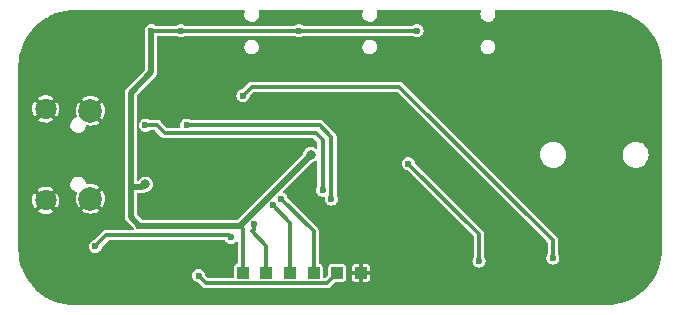
<source format=gbr>
%TF.GenerationSoftware,KiCad,Pcbnew,(6.0.0)*%
%TF.CreationDate,2022-01-08T12:56:22-06:00*%
%TF.ProjectId,microkfd,6d696372-6f6b-4666-942e-6b696361645f,B*%
%TF.SameCoordinates,Original*%
%TF.FileFunction,Copper,L2,Bot*%
%TF.FilePolarity,Positive*%
%FSLAX46Y46*%
G04 Gerber Fmt 4.6, Leading zero omitted, Abs format (unit mm)*
G04 Created by KiCad (PCBNEW (6.0.0)) date 2022-01-08 12:56:22*
%MOMM*%
%LPD*%
G01*
G04 APERTURE LIST*
%TA.AperFunction,ComponentPad*%
%ADD10C,2.000000*%
%TD*%
%TA.AperFunction,ComponentPad*%
%ADD11C,1.800000*%
%TD*%
%TA.AperFunction,SMDPad,CuDef*%
%ADD12R,1.000000X1.000000*%
%TD*%
%TA.AperFunction,ViaPad*%
%ADD13C,0.600000*%
%TD*%
%TA.AperFunction,ViaPad*%
%ADD14C,0.800000*%
%TD*%
%TA.AperFunction,Conductor*%
%ADD15C,0.500000*%
%TD*%
%TA.AperFunction,Conductor*%
%ADD16C,0.375000*%
%TD*%
G04 APERTURE END LIST*
D10*
%TO.P,J1,6,Shield*%
%TO.N,GND*%
X96350000Y-96275000D03*
X96350000Y-103725000D03*
D11*
X92550000Y-96125000D03*
X92550000Y-103875000D03*
%TD*%
D12*
%TO.P,TP1,1,1*%
%TO.N,MOSI*%
X113250000Y-110000000D03*
%TD*%
%TO.P,TP2,1,1*%
%TO.N,SCK*%
X115250000Y-110000000D03*
%TD*%
%TO.P,TP3,1,1*%
%TO.N,MISO*%
X111250000Y-110000000D03*
%TD*%
%TO.P,TP4,1,1*%
%TO.N,RST*%
X117250000Y-110000000D03*
%TD*%
%TO.P,TP5,1,1*%
%TO.N,+5V*%
X109250000Y-110000000D03*
%TD*%
%TO.P,TP6,1,1*%
%TO.N,GND*%
X119250000Y-110000000D03*
%TD*%
D13*
%TO.N,GND*%
X144000000Y-92250000D03*
X140500000Y-88250000D03*
X142500000Y-89000000D03*
X143250000Y-90000000D03*
X143750000Y-91000000D03*
X141500000Y-88500000D03*
X116000000Y-96750000D03*
X111000000Y-90250000D03*
X139000000Y-112250000D03*
X120250000Y-106250000D03*
X142250000Y-111500000D03*
X141250000Y-112000000D03*
X106000000Y-112250000D03*
X121250000Y-106250000D03*
X119000000Y-97500000D03*
X106250000Y-93250000D03*
X132000000Y-112250000D03*
X93500000Y-88500000D03*
X144000000Y-100500000D03*
X140000000Y-112250000D03*
X137000000Y-112250000D03*
X134000000Y-112250000D03*
X137500000Y-88250000D03*
X117500000Y-96000000D03*
X114500000Y-96000000D03*
X119000000Y-99500000D03*
X100250000Y-107500000D03*
X134500000Y-88250000D03*
X105250000Y-93250000D03*
X143750000Y-109750000D03*
X130000000Y-112250000D03*
X119000000Y-101500000D03*
X91000000Y-107250000D03*
X107250000Y-93250000D03*
X121000000Y-90250000D03*
X112750000Y-99250000D03*
X131000000Y-90250000D03*
X104000000Y-112250000D03*
X108000000Y-112250000D03*
X144000000Y-99500000D03*
X113500000Y-96000000D03*
X127000000Y-112250000D03*
X144000000Y-107500000D03*
X91000000Y-108250000D03*
X119000000Y-100500000D03*
X128000000Y-112250000D03*
X91000000Y-101500000D03*
X121250000Y-105250000D03*
X105000000Y-112250000D03*
X111250000Y-100000000D03*
X96250000Y-93500000D03*
X91000000Y-99500000D03*
X144000000Y-102500000D03*
X114000000Y-96750000D03*
X144000000Y-106500000D03*
X99000000Y-112250000D03*
X97500000Y-93500000D03*
X116500000Y-96000000D03*
X102500000Y-102250000D03*
X102500000Y-88250000D03*
X91250000Y-109500000D03*
X103500000Y-88250000D03*
X120250000Y-105250000D03*
X135000000Y-112250000D03*
X139500000Y-88250000D03*
X122000000Y-112250000D03*
X107000000Y-112250000D03*
X144000000Y-93500000D03*
X144000000Y-108750000D03*
X144000000Y-105500000D03*
X118250000Y-99000000D03*
X103250000Y-93250000D03*
X104250000Y-93250000D03*
X121000000Y-112250000D03*
X118250000Y-100000000D03*
X92500000Y-89000000D03*
X104500000Y-102250000D03*
X144000000Y-103500000D03*
X133000000Y-112250000D03*
X95500000Y-88250000D03*
X94750000Y-100750000D03*
X125000000Y-112250000D03*
X91750000Y-89750000D03*
X109000000Y-90250000D03*
X91000000Y-91750000D03*
X102000000Y-112250000D03*
X91000000Y-106250000D03*
X138500000Y-88250000D03*
X91250000Y-90750000D03*
X103000000Y-101500000D03*
X123000000Y-112250000D03*
X135500000Y-88250000D03*
X94500000Y-88250000D03*
X131000000Y-112250000D03*
X101500000Y-88250000D03*
X98750000Y-93500000D03*
X144000000Y-104500000D03*
X129000000Y-90250000D03*
X119000000Y-112250000D03*
X126000000Y-112250000D03*
X118250000Y-101000000D03*
X115500000Y-96000000D03*
X105500000Y-102250000D03*
X124000000Y-112250000D03*
X119000000Y-90250000D03*
X96000000Y-112250000D03*
X105000000Y-101500000D03*
X118250000Y-98000000D03*
X91000000Y-102500000D03*
X91000000Y-93750000D03*
X118250000Y-102000000D03*
X129000000Y-112250000D03*
X104000000Y-101500000D03*
X91000000Y-97500000D03*
X136000000Y-112250000D03*
X101000000Y-112250000D03*
X103000000Y-112250000D03*
X91000000Y-92750000D03*
X119000000Y-98500000D03*
X143250000Y-110750000D03*
X138000000Y-112250000D03*
X109000000Y-112250000D03*
X94750000Y-103750000D03*
X117000000Y-96750000D03*
X91000000Y-100500000D03*
X100000000Y-112250000D03*
X91000000Y-98500000D03*
X110750000Y-99250000D03*
X96500000Y-88250000D03*
X115000000Y-96750000D03*
X97000000Y-112250000D03*
X111750000Y-93000000D03*
X136500000Y-88250000D03*
X144000000Y-98500000D03*
X120000000Y-112250000D03*
X98000000Y-112250000D03*
X111750000Y-99250000D03*
X144000000Y-101500000D03*
X103500000Y-102250000D03*
X95000000Y-112250000D03*
X112250000Y-100000000D03*
%TO.N,+5V*%
X124000000Y-89500000D03*
X114000000Y-89500000D03*
X101500000Y-89500000D03*
X100500000Y-106000000D03*
D14*
X115000000Y-100000000D03*
X101000000Y-102500000D03*
D13*
X104000000Y-89500000D03*
%TO.N,I2C_SDA*%
X116750000Y-103750000D03*
X104500000Y-97500000D03*
%TO.N,I2C_SCL*%
X116000000Y-103000000D03*
X101000000Y-97500000D03*
%TO.N,LED_PWR*%
X108250000Y-107000000D03*
X96750000Y-107750000D03*
%TO.N,LED_SNS*%
X129250000Y-109000000D03*
X123250000Y-100750000D03*
%TO.N,LED_ACT*%
X109250000Y-95000000D03*
X135500000Y-108750000D03*
%TO.N,MISO*%
X110155331Y-105905331D03*
%TO.N,SCK*%
X112477168Y-103727168D03*
%TO.N,MOSI*%
X111780331Y-104280331D03*
%TO.N,RST*%
X105500000Y-110250000D03*
%TD*%
D15*
%TO.N,+5V*%
X101500000Y-93000000D02*
X99750000Y-94750000D01*
X109000000Y-106000000D02*
X115000000Y-100000000D01*
X99750000Y-94750000D02*
X99750000Y-102750000D01*
X99750000Y-105250000D02*
X100500000Y-106000000D01*
X99750000Y-102750000D02*
X100750000Y-102750000D01*
D16*
X114000000Y-89500000D02*
X124000000Y-89500000D01*
X109250000Y-106250000D02*
X109000000Y-106000000D01*
X104500000Y-89500000D02*
X114000000Y-89500000D01*
D15*
X100750000Y-102750000D02*
X101000000Y-102500000D01*
D16*
X104500000Y-89500000D02*
X101500000Y-89500000D01*
D15*
X99750000Y-102750000D02*
X99750000Y-105250000D01*
D16*
X109250000Y-110000000D02*
X109250000Y-106250000D01*
D15*
X101500000Y-89500000D02*
X101500000Y-93000000D01*
X100500000Y-106000000D02*
X109000000Y-106000000D01*
D16*
%TO.N,I2C_SDA*%
X116750000Y-103750000D02*
X116750000Y-98500000D01*
X116750000Y-98500000D02*
X115750000Y-97500000D01*
X115750000Y-97500000D02*
X104500000Y-97500000D01*
%TO.N,I2C_SCL*%
X102687501Y-98187501D02*
X102000000Y-97500000D01*
X116000000Y-98750000D02*
X115437501Y-98187501D01*
X102000000Y-97500000D02*
X101000000Y-97500000D01*
X115437501Y-98187501D02*
X102687501Y-98187501D01*
X116000000Y-103000000D02*
X116000000Y-98750000D01*
%TO.N,LED_PWR*%
X108062499Y-106812499D02*
X108250000Y-107000000D01*
X97687501Y-106812499D02*
X108062499Y-106812499D01*
X96750000Y-107750000D02*
X97687501Y-106812499D01*
%TO.N,LED_SNS*%
X129250000Y-106750000D02*
X129250000Y-109000000D01*
X123250000Y-100750000D02*
X129250000Y-106750000D01*
%TO.N,LED_ACT*%
X122500000Y-94250000D02*
X135500000Y-107250000D01*
X109250000Y-95000000D02*
X110000000Y-94250000D01*
X110000000Y-94250000D02*
X122500000Y-94250000D01*
X135500000Y-107250000D02*
X135500000Y-108750000D01*
%TO.N,MISO*%
X110155331Y-106344669D02*
X110000000Y-106500000D01*
X110155331Y-105905331D02*
X110155331Y-106344669D01*
X111250000Y-110000000D02*
X111250000Y-107750000D01*
X111250000Y-107750000D02*
X110000000Y-106500000D01*
%TO.N,SCK*%
X115250000Y-110000000D02*
X115250000Y-106500000D01*
X115250000Y-106500000D02*
X112477168Y-103727168D01*
%TO.N,MOSI*%
X113250000Y-110000000D02*
X113250000Y-105750000D01*
X113250000Y-105750000D02*
X111780331Y-104280331D01*
%TO.N,RST*%
X116362499Y-110887501D02*
X106137501Y-110887501D01*
X117250000Y-110000000D02*
X116362499Y-110887501D01*
X106137501Y-110887501D02*
X105500000Y-110250000D01*
%TD*%
%TA.AperFunction,Conductor*%
%TO.N,GND*%
G36*
X109387361Y-87768907D02*
G01*
X109423325Y-87818407D01*
X109423325Y-87879593D01*
X109418748Y-87891152D01*
X109403037Y-87924540D01*
X109400386Y-87930174D01*
X109370773Y-88085412D01*
X109380696Y-88243138D01*
X109429533Y-88393441D01*
X109432871Y-88398701D01*
X109432872Y-88398703D01*
X109510877Y-88521619D01*
X109514214Y-88526877D01*
X109629418Y-88635062D01*
X109634881Y-88638065D01*
X109634882Y-88638066D01*
X109762450Y-88708197D01*
X109762454Y-88708198D01*
X109767908Y-88711197D01*
X109773934Y-88712744D01*
X109773936Y-88712745D01*
X109914946Y-88748951D01*
X109914950Y-88748952D01*
X109920981Y-88750500D01*
X110039350Y-88750500D01*
X110156792Y-88735664D01*
X110303732Y-88677486D01*
X110394330Y-88611663D01*
X110426551Y-88588253D01*
X110426552Y-88588252D01*
X110431587Y-88584594D01*
X110435553Y-88579800D01*
X110435556Y-88579797D01*
X110528354Y-88467622D01*
X110532324Y-88462823D01*
X110599614Y-88319826D01*
X110629227Y-88164588D01*
X110619304Y-88006862D01*
X110577951Y-87879592D01*
X110577950Y-87818408D01*
X110613914Y-87768908D01*
X110672105Y-87750000D01*
X119329170Y-87750000D01*
X119387361Y-87768907D01*
X119423325Y-87818407D01*
X119423325Y-87879593D01*
X119418748Y-87891152D01*
X119403037Y-87924540D01*
X119400386Y-87930174D01*
X119370773Y-88085412D01*
X119380696Y-88243138D01*
X119429533Y-88393441D01*
X119432871Y-88398701D01*
X119432872Y-88398703D01*
X119510877Y-88521619D01*
X119514214Y-88526877D01*
X119629418Y-88635062D01*
X119634881Y-88638065D01*
X119634882Y-88638066D01*
X119762450Y-88708197D01*
X119762454Y-88708198D01*
X119767908Y-88711197D01*
X119773934Y-88712744D01*
X119773936Y-88712745D01*
X119914946Y-88748951D01*
X119914950Y-88748952D01*
X119920981Y-88750500D01*
X120039350Y-88750500D01*
X120156792Y-88735664D01*
X120303732Y-88677486D01*
X120394330Y-88611663D01*
X120426551Y-88588253D01*
X120426552Y-88588252D01*
X120431587Y-88584594D01*
X120435553Y-88579800D01*
X120435556Y-88579797D01*
X120528354Y-88467622D01*
X120532324Y-88462823D01*
X120599614Y-88319826D01*
X120629227Y-88164588D01*
X120619304Y-88006862D01*
X120577951Y-87879592D01*
X120577950Y-87818408D01*
X120613914Y-87768908D01*
X120672105Y-87750000D01*
X129329170Y-87750000D01*
X129387361Y-87768907D01*
X129423325Y-87818407D01*
X129423325Y-87879593D01*
X129418748Y-87891152D01*
X129403037Y-87924540D01*
X129400386Y-87930174D01*
X129370773Y-88085412D01*
X129380696Y-88243138D01*
X129429533Y-88393441D01*
X129432871Y-88398701D01*
X129432872Y-88398703D01*
X129510877Y-88521619D01*
X129514214Y-88526877D01*
X129629418Y-88635062D01*
X129634881Y-88638065D01*
X129634882Y-88638066D01*
X129762450Y-88708197D01*
X129762454Y-88708198D01*
X129767908Y-88711197D01*
X129773934Y-88712744D01*
X129773936Y-88712745D01*
X129914946Y-88748951D01*
X129914950Y-88748952D01*
X129920981Y-88750500D01*
X130039350Y-88750500D01*
X130156792Y-88735664D01*
X130303732Y-88677486D01*
X130394330Y-88611663D01*
X130426551Y-88588253D01*
X130426552Y-88588252D01*
X130431587Y-88584594D01*
X130435553Y-88579800D01*
X130435556Y-88579797D01*
X130528354Y-88467622D01*
X130532324Y-88462823D01*
X130599614Y-88319826D01*
X130629227Y-88164588D01*
X130619304Y-88006862D01*
X130577951Y-87879592D01*
X130577950Y-87818408D01*
X130613914Y-87768908D01*
X130672105Y-87750000D01*
X139965624Y-87750000D01*
X139984938Y-87751902D01*
X140000000Y-87754898D01*
X140009563Y-87752996D01*
X140011286Y-87752996D01*
X140032114Y-87751403D01*
X140409674Y-87767887D01*
X140418278Y-87768640D01*
X140820545Y-87821599D01*
X140829051Y-87823099D01*
X141225168Y-87910916D01*
X141233509Y-87913151D01*
X141620481Y-88035163D01*
X141628583Y-88038111D01*
X141907585Y-88153678D01*
X142003446Y-88193385D01*
X142011273Y-88197035D01*
X142371171Y-88384386D01*
X142378631Y-88388692D01*
X142691878Y-88588253D01*
X142720848Y-88606709D01*
X142727922Y-88611663D01*
X143049815Y-88858660D01*
X143056419Y-88864201D01*
X143355578Y-89138330D01*
X143361670Y-89144422D01*
X143635799Y-89443581D01*
X143641338Y-89450183D01*
X143776299Y-89626067D01*
X143888337Y-89772078D01*
X143893290Y-89779151D01*
X144111308Y-90121369D01*
X144115614Y-90128829D01*
X144200453Y-90291803D01*
X144302965Y-90488727D01*
X144306615Y-90496554D01*
X144449548Y-90841623D01*
X144461886Y-90871410D01*
X144464837Y-90879519D01*
X144569069Y-91210099D01*
X144586849Y-91266490D01*
X144589084Y-91274832D01*
X144676901Y-91670949D01*
X144678401Y-91679455D01*
X144731360Y-92081722D01*
X144732113Y-92090326D01*
X144748597Y-92467886D01*
X144747004Y-92488714D01*
X144747004Y-92490437D01*
X144745102Y-92500000D01*
X144747004Y-92509562D01*
X144748098Y-92515062D01*
X144750000Y-92534376D01*
X144750000Y-107965624D01*
X144748098Y-107984938D01*
X144745102Y-108000000D01*
X144747004Y-108009563D01*
X144747004Y-108011286D01*
X144748597Y-108032114D01*
X144732113Y-108409674D01*
X144731360Y-108418278D01*
X144678401Y-108820545D01*
X144676901Y-108829051D01*
X144589084Y-109225168D01*
X144586849Y-109233509D01*
X144508077Y-109483345D01*
X144464840Y-109620474D01*
X144461889Y-109628583D01*
X144389122Y-109804257D01*
X144306615Y-110003446D01*
X144302965Y-110011273D01*
X144115614Y-110371171D01*
X144111308Y-110378631D01*
X143943127Y-110642621D01*
X143893291Y-110720848D01*
X143888337Y-110727922D01*
X143641340Y-111049815D01*
X143635799Y-111056419D01*
X143361670Y-111355578D01*
X143355578Y-111361670D01*
X143056419Y-111635799D01*
X143049815Y-111641340D01*
X142727922Y-111888337D01*
X142720849Y-111893290D01*
X142378631Y-112111308D01*
X142371171Y-112115614D01*
X142070212Y-112272283D01*
X142011273Y-112302965D01*
X142003446Y-112306615D01*
X141628583Y-112461889D01*
X141620481Y-112464837D01*
X141233510Y-112586849D01*
X141225168Y-112589084D01*
X140829051Y-112676901D01*
X140820545Y-112678401D01*
X140418278Y-112731360D01*
X140409674Y-112732113D01*
X140032114Y-112748597D01*
X140011286Y-112747004D01*
X140009563Y-112747004D01*
X140000000Y-112745102D01*
X139990438Y-112747004D01*
X139984938Y-112748098D01*
X139965624Y-112750000D01*
X95034376Y-112750000D01*
X95015062Y-112748098D01*
X95009562Y-112747004D01*
X95000000Y-112745102D01*
X94990437Y-112747004D01*
X94988714Y-112747004D01*
X94967886Y-112748597D01*
X94590326Y-112732113D01*
X94581722Y-112731360D01*
X94179455Y-112678401D01*
X94170949Y-112676901D01*
X93774832Y-112589084D01*
X93766490Y-112586849D01*
X93379519Y-112464837D01*
X93371417Y-112461889D01*
X92996554Y-112306615D01*
X92988727Y-112302965D01*
X92929788Y-112272283D01*
X92628829Y-112115614D01*
X92621369Y-112111308D01*
X92279151Y-111893290D01*
X92272078Y-111888337D01*
X91950185Y-111641340D01*
X91943581Y-111635799D01*
X91644422Y-111361670D01*
X91638330Y-111355578D01*
X91364201Y-111056419D01*
X91358660Y-111049815D01*
X91111663Y-110727922D01*
X91106709Y-110720848D01*
X91056873Y-110642621D01*
X90888692Y-110378631D01*
X90884386Y-110371171D01*
X90697035Y-110011273D01*
X90693385Y-110003446D01*
X90610878Y-109804257D01*
X90538111Y-109628583D01*
X90535160Y-109620474D01*
X90491924Y-109483345D01*
X90413151Y-109233509D01*
X90410916Y-109225168D01*
X90323099Y-108829051D01*
X90321599Y-108820545D01*
X90268640Y-108418278D01*
X90267887Y-108409674D01*
X90251403Y-108032114D01*
X90252996Y-108011286D01*
X90252996Y-108009563D01*
X90254898Y-108000000D01*
X90251902Y-107984938D01*
X90250000Y-107965624D01*
X90250000Y-107750000D01*
X96194750Y-107750000D01*
X96195597Y-107756433D01*
X96198947Y-107781875D01*
X96213670Y-107893709D01*
X96269139Y-108027625D01*
X96357379Y-108142621D01*
X96472375Y-108230861D01*
X96606291Y-108286330D01*
X96612720Y-108287176D01*
X96612722Y-108287177D01*
X96743567Y-108304403D01*
X96750000Y-108305250D01*
X96756433Y-108304403D01*
X96887278Y-108287177D01*
X96887280Y-108287176D01*
X96893709Y-108286330D01*
X97027625Y-108230861D01*
X97142621Y-108142621D01*
X97230861Y-108027625D01*
X97286330Y-107893709D01*
X97291133Y-107857225D01*
X97319282Y-107800144D01*
X97839930Y-107279495D01*
X97894447Y-107251718D01*
X97909934Y-107250499D01*
X107699503Y-107250499D01*
X107757694Y-107269406D01*
X107778045Y-107289232D01*
X107853425Y-107387469D01*
X107853428Y-107387472D01*
X107857379Y-107392621D01*
X107972375Y-107480861D01*
X108106291Y-107536330D01*
X108112720Y-107537176D01*
X108112722Y-107537177D01*
X108222221Y-107551593D01*
X108241896Y-107554183D01*
X108243567Y-107554403D01*
X108250000Y-107555250D01*
X108256433Y-107554403D01*
X108258105Y-107554183D01*
X108277779Y-107551593D01*
X108387278Y-107537177D01*
X108387280Y-107537176D01*
X108393709Y-107536330D01*
X108527625Y-107480861D01*
X108642621Y-107392621D01*
X108644362Y-107390352D01*
X108697513Y-107363271D01*
X108757945Y-107372842D01*
X108801210Y-107416107D01*
X108812000Y-107461052D01*
X108812000Y-109151714D01*
X108793093Y-109209905D01*
X108743593Y-109245869D01*
X108726229Y-109249500D01*
X108725326Y-109249500D01*
X108720557Y-109250449D01*
X108720553Y-109250449D01*
X108666308Y-109261240D01*
X108652260Y-109264034D01*
X108569399Y-109319399D01*
X108514034Y-109402260D01*
X108499500Y-109475326D01*
X108499500Y-110350501D01*
X108480593Y-110408692D01*
X108431093Y-110444656D01*
X108400500Y-110449501D01*
X106359934Y-110449501D01*
X106301743Y-110430594D01*
X106289930Y-110420505D01*
X106069282Y-110199857D01*
X106041133Y-110142775D01*
X106037177Y-110112722D01*
X106037176Y-110112720D01*
X106036330Y-110106291D01*
X105980861Y-109972375D01*
X105892621Y-109857379D01*
X105777625Y-109769139D01*
X105643709Y-109713670D01*
X105637280Y-109712824D01*
X105637278Y-109712823D01*
X105506433Y-109695597D01*
X105500000Y-109694750D01*
X105493567Y-109695597D01*
X105362722Y-109712823D01*
X105362720Y-109712824D01*
X105356291Y-109713670D01*
X105222375Y-109769139D01*
X105107379Y-109857379D01*
X105019139Y-109972375D01*
X104963670Y-110106291D01*
X104962824Y-110112720D01*
X104962823Y-110112722D01*
X104954480Y-110176095D01*
X104944750Y-110250000D01*
X104963670Y-110393709D01*
X105019139Y-110527625D01*
X105107379Y-110642621D01*
X105222375Y-110730861D01*
X105356291Y-110786330D01*
X105362720Y-110787176D01*
X105362722Y-110787177D01*
X105380692Y-110789542D01*
X105392775Y-110791133D01*
X105449856Y-110819282D01*
X105805252Y-111174678D01*
X105812993Y-111183390D01*
X105829701Y-111204584D01*
X105829704Y-111204587D01*
X105834283Y-111210395D01*
X105840370Y-111214602D01*
X105840371Y-111214603D01*
X105881500Y-111243029D01*
X105884031Y-111244837D01*
X105930233Y-111278963D01*
X105936857Y-111281289D01*
X105942631Y-111285280D01*
X105949682Y-111287510D01*
X105949684Y-111287511D01*
X105997388Y-111302598D01*
X106000336Y-111303582D01*
X106047514Y-111320149D01*
X106047518Y-111320150D01*
X106054501Y-111322602D01*
X106060491Y-111322838D01*
X106062826Y-111323293D01*
X106068209Y-111324995D01*
X106074639Y-111325501D01*
X106126330Y-111325501D01*
X106130218Y-111325577D01*
X106186108Y-111327773D01*
X106192731Y-111326017D01*
X106202107Y-111325501D01*
X116330624Y-111325501D01*
X116342260Y-111326187D01*
X116376412Y-111330229D01*
X116432881Y-111319916D01*
X116435928Y-111319409D01*
X116492743Y-111310867D01*
X116499071Y-111307828D01*
X116505977Y-111306567D01*
X116512546Y-111303155D01*
X116512548Y-111303154D01*
X116556950Y-111280089D01*
X116559679Y-111278725D01*
X116611472Y-111253854D01*
X116615876Y-111249783D01*
X116617843Y-111248458D01*
X116622857Y-111245853D01*
X116627762Y-111241664D01*
X116664329Y-111205097D01*
X116667131Y-111202403D01*
X116692662Y-111178802D01*
X116708188Y-111164450D01*
X116711628Y-111158527D01*
X116717894Y-111151532D01*
X117089928Y-110779497D01*
X117144445Y-110751719D01*
X117159932Y-110750500D01*
X117774674Y-110750500D01*
X117847740Y-110735966D01*
X117930601Y-110680601D01*
X117985966Y-110597740D01*
X118000500Y-110524674D01*
X118000500Y-110519766D01*
X118500000Y-110519766D01*
X118500948Y-110529388D01*
X118512603Y-110587983D01*
X118519922Y-110605651D01*
X118564341Y-110672130D01*
X118577870Y-110685659D01*
X118644349Y-110730078D01*
X118662017Y-110737397D01*
X118720612Y-110749052D01*
X118730234Y-110750000D01*
X119046820Y-110750000D01*
X119059505Y-110745878D01*
X119062500Y-110741757D01*
X119062500Y-110734320D01*
X119437500Y-110734320D01*
X119441622Y-110747005D01*
X119445743Y-110750000D01*
X119769766Y-110750000D01*
X119779388Y-110749052D01*
X119837983Y-110737397D01*
X119855651Y-110730078D01*
X119922130Y-110685659D01*
X119935659Y-110672130D01*
X119980078Y-110605651D01*
X119987397Y-110587983D01*
X119999052Y-110529388D01*
X120000000Y-110519766D01*
X120000000Y-110203180D01*
X119995878Y-110190495D01*
X119991757Y-110187500D01*
X119453180Y-110187500D01*
X119440495Y-110191622D01*
X119437500Y-110195743D01*
X119437500Y-110734320D01*
X119062500Y-110734320D01*
X119062500Y-110203180D01*
X119058378Y-110190495D01*
X119054257Y-110187500D01*
X118515680Y-110187500D01*
X118502995Y-110191622D01*
X118500000Y-110195743D01*
X118500000Y-110519766D01*
X118000500Y-110519766D01*
X118000500Y-109796820D01*
X118500000Y-109796820D01*
X118504122Y-109809505D01*
X118508243Y-109812500D01*
X119046820Y-109812500D01*
X119059505Y-109808378D01*
X119062500Y-109804257D01*
X119062500Y-109796820D01*
X119437500Y-109796820D01*
X119441622Y-109809505D01*
X119445743Y-109812500D01*
X119984320Y-109812500D01*
X119997005Y-109808378D01*
X120000000Y-109804257D01*
X120000000Y-109480234D01*
X119999052Y-109470612D01*
X119987397Y-109412017D01*
X119980078Y-109394349D01*
X119935659Y-109327870D01*
X119922130Y-109314341D01*
X119855651Y-109269922D01*
X119837983Y-109262603D01*
X119779388Y-109250948D01*
X119769766Y-109250000D01*
X119453180Y-109250000D01*
X119440495Y-109254122D01*
X119437500Y-109258243D01*
X119437500Y-109796820D01*
X119062500Y-109796820D01*
X119062500Y-109265680D01*
X119058378Y-109252995D01*
X119054257Y-109250000D01*
X118730234Y-109250000D01*
X118720612Y-109250948D01*
X118662017Y-109262603D01*
X118644349Y-109269922D01*
X118577870Y-109314341D01*
X118564341Y-109327870D01*
X118519922Y-109394349D01*
X118512603Y-109412017D01*
X118500948Y-109470612D01*
X118500000Y-109480234D01*
X118500000Y-109796820D01*
X118000500Y-109796820D01*
X118000500Y-109475326D01*
X117985966Y-109402260D01*
X117930601Y-109319399D01*
X117847740Y-109264034D01*
X117774674Y-109249500D01*
X116725326Y-109249500D01*
X116652260Y-109264034D01*
X116569399Y-109319399D01*
X116514034Y-109402260D01*
X116499500Y-109475326D01*
X116499500Y-110090067D01*
X116480593Y-110148258D01*
X116470504Y-110160071D01*
X116210070Y-110420505D01*
X116155553Y-110448282D01*
X116140066Y-110449501D01*
X116099500Y-110449501D01*
X116041309Y-110430594D01*
X116005345Y-110381094D01*
X116000500Y-110350501D01*
X116000500Y-109475326D01*
X115985966Y-109402260D01*
X115930601Y-109319399D01*
X115847740Y-109264034D01*
X115833692Y-109261240D01*
X115779447Y-109250449D01*
X115779443Y-109250449D01*
X115776398Y-109249843D01*
X115776396Y-109249842D01*
X115774674Y-109249500D01*
X115774749Y-109249122D01*
X115721242Y-109225720D01*
X115690301Y-109172934D01*
X115688000Y-109151714D01*
X115688000Y-106531875D01*
X115688686Y-106520239D01*
X115691523Y-106496265D01*
X115692728Y-106486087D01*
X115682415Y-106429618D01*
X115681907Y-106426566D01*
X115681013Y-106420621D01*
X115673366Y-106369756D01*
X115670327Y-106363428D01*
X115669066Y-106356522D01*
X115642588Y-106305549D01*
X115641224Y-106302820D01*
X115616353Y-106251027D01*
X115612280Y-106246621D01*
X115610958Y-106244659D01*
X115608352Y-106239642D01*
X115604163Y-106234738D01*
X115567607Y-106198182D01*
X115564913Y-106195379D01*
X115531975Y-106159747D01*
X115531971Y-106159744D01*
X115526949Y-106154311D01*
X115521026Y-106150870D01*
X115514028Y-106144603D01*
X113046450Y-103677025D01*
X113018301Y-103619943D01*
X113017351Y-103612722D01*
X113013498Y-103583459D01*
X112958029Y-103449543D01*
X112869789Y-103334547D01*
X112754793Y-103246307D01*
X112748799Y-103243824D01*
X112748795Y-103243822D01*
X112684295Y-103217106D01*
X112637769Y-103177370D01*
X112623485Y-103117875D01*
X112646900Y-103061347D01*
X112652176Y-103055638D01*
X115032313Y-100675501D01*
X115080215Y-100649004D01*
X115216149Y-100617871D01*
X115216151Y-100617870D01*
X115221968Y-100616538D01*
X115227299Y-100613857D01*
X115357299Y-100548474D01*
X115357301Y-100548473D01*
X115362625Y-100545795D01*
X115398705Y-100514980D01*
X115455233Y-100491565D01*
X115514728Y-100505849D01*
X115554464Y-100552375D01*
X115562000Y-100590260D01*
X115562000Y-102632911D01*
X115541542Y-102693179D01*
X115519139Y-102722375D01*
X115463670Y-102856291D01*
X115462824Y-102862720D01*
X115462823Y-102862722D01*
X115454992Y-102922202D01*
X115444750Y-103000000D01*
X115445597Y-103006433D01*
X115462533Y-103135071D01*
X115463670Y-103143709D01*
X115519139Y-103277625D01*
X115607379Y-103392621D01*
X115722375Y-103480861D01*
X115856291Y-103536330D01*
X115862720Y-103537176D01*
X115862722Y-103537177D01*
X115972221Y-103551593D01*
X115988334Y-103553714D01*
X115993567Y-103554403D01*
X116000000Y-103555250D01*
X116006433Y-103554403D01*
X116006434Y-103554403D01*
X116096361Y-103542564D01*
X116156522Y-103553714D01*
X116198639Y-103598097D01*
X116207436Y-103653639D01*
X116199501Y-103713914D01*
X116194750Y-103750000D01*
X116195597Y-103756433D01*
X116211591Y-103877914D01*
X116213670Y-103893709D01*
X116269139Y-104027625D01*
X116357379Y-104142621D01*
X116472375Y-104230861D01*
X116606291Y-104286330D01*
X116612720Y-104287176D01*
X116612722Y-104287177D01*
X116743567Y-104304403D01*
X116750000Y-104305250D01*
X116756433Y-104304403D01*
X116887278Y-104287177D01*
X116887280Y-104287176D01*
X116893709Y-104286330D01*
X117027625Y-104230861D01*
X117142621Y-104142621D01*
X117230861Y-104027625D01*
X117286330Y-103893709D01*
X117288410Y-103877914D01*
X117304403Y-103756433D01*
X117305250Y-103750000D01*
X117300499Y-103713914D01*
X117287177Y-103612722D01*
X117287176Y-103612720D01*
X117286330Y-103606291D01*
X117230861Y-103472375D01*
X117208458Y-103443179D01*
X117188000Y-103382911D01*
X117188000Y-100750000D01*
X122694750Y-100750000D01*
X122713670Y-100893709D01*
X122769139Y-101027625D01*
X122857379Y-101142621D01*
X122972375Y-101230861D01*
X123106291Y-101286330D01*
X123112720Y-101287176D01*
X123112722Y-101287177D01*
X123130692Y-101289542D01*
X123142775Y-101291133D01*
X123199856Y-101319282D01*
X128783004Y-106902430D01*
X128810781Y-106956947D01*
X128812000Y-106972434D01*
X128812000Y-108632911D01*
X128791542Y-108693179D01*
X128769139Y-108722375D01*
X128713670Y-108856291D01*
X128712824Y-108862720D01*
X128712823Y-108862722D01*
X128698407Y-108972221D01*
X128694750Y-109000000D01*
X128713670Y-109143709D01*
X128769139Y-109277625D01*
X128857379Y-109392621D01*
X128972375Y-109480861D01*
X129106291Y-109536330D01*
X129112720Y-109537176D01*
X129112722Y-109537177D01*
X129243567Y-109554403D01*
X129250000Y-109555250D01*
X129256433Y-109554403D01*
X129387278Y-109537177D01*
X129387280Y-109537176D01*
X129393709Y-109536330D01*
X129527625Y-109480861D01*
X129642621Y-109392621D01*
X129730861Y-109277625D01*
X129786330Y-109143709D01*
X129805250Y-109000000D01*
X129801593Y-108972221D01*
X129787177Y-108862722D01*
X129787176Y-108862720D01*
X129786330Y-108856291D01*
X129730861Y-108722375D01*
X129708458Y-108693179D01*
X129688000Y-108632911D01*
X129688000Y-106781875D01*
X129688686Y-106770239D01*
X129691858Y-106743435D01*
X129692728Y-106736087D01*
X129682409Y-106679584D01*
X129681904Y-106676552D01*
X129674467Y-106627078D01*
X129674466Y-106627076D01*
X129673366Y-106619756D01*
X129670327Y-106613428D01*
X129669066Y-106606521D01*
X129642596Y-106555564D01*
X129641207Y-106552785D01*
X129619555Y-106507694D01*
X129619553Y-106507691D01*
X129616353Y-106501027D01*
X129612284Y-106496625D01*
X129610955Y-106494653D01*
X129608352Y-106489642D01*
X129604163Y-106484737D01*
X129567595Y-106448169D01*
X129564901Y-106445366D01*
X129531972Y-106409744D01*
X129531969Y-106409742D01*
X129526949Y-106404311D01*
X129521030Y-106400873D01*
X129514035Y-106394609D01*
X126673140Y-103553714D01*
X123819282Y-100699857D01*
X123791133Y-100642775D01*
X123787177Y-100612722D01*
X123787176Y-100612720D01*
X123786330Y-100606291D01*
X123730861Y-100472375D01*
X123642621Y-100357379D01*
X123527625Y-100269139D01*
X123393709Y-100213670D01*
X123387280Y-100212824D01*
X123387278Y-100212823D01*
X123256433Y-100195597D01*
X123250000Y-100194750D01*
X123243567Y-100195597D01*
X123112722Y-100212823D01*
X123112720Y-100212824D01*
X123106291Y-100213670D01*
X122972375Y-100269139D01*
X122857379Y-100357379D01*
X122769139Y-100472375D01*
X122713670Y-100606291D01*
X122712824Y-100612720D01*
X122712823Y-100612722D01*
X122707718Y-100651497D01*
X122694750Y-100750000D01*
X117188000Y-100750000D01*
X117188000Y-98531875D01*
X117188686Y-98520239D01*
X117189851Y-98510395D01*
X117192728Y-98486087D01*
X117182415Y-98429618D01*
X117181907Y-98426566D01*
X117174466Y-98377074D01*
X117173366Y-98369756D01*
X117170327Y-98363428D01*
X117169066Y-98356522D01*
X117142588Y-98305549D01*
X117141224Y-98302820D01*
X117116353Y-98251027D01*
X117112280Y-98246621D01*
X117110958Y-98244659D01*
X117108352Y-98239642D01*
X117104163Y-98234738D01*
X117067607Y-98198182D01*
X117064913Y-98195379D01*
X117031975Y-98159747D01*
X117031971Y-98159744D01*
X117026949Y-98154311D01*
X117021026Y-98150870D01*
X117014028Y-98144603D01*
X116082250Y-97212825D01*
X116074508Y-97204112D01*
X116057799Y-97182917D01*
X116053218Y-97177106D01*
X116005998Y-97144470D01*
X116003467Y-97142662D01*
X115996405Y-97137446D01*
X115957269Y-97108539D01*
X115950646Y-97106213D01*
X115944870Y-97102221D01*
X115937817Y-97099990D01*
X115937814Y-97099989D01*
X115890126Y-97084908D01*
X115887174Y-97083923D01*
X115839985Y-97067351D01*
X115839979Y-97067350D01*
X115833000Y-97064899D01*
X115827013Y-97064663D01*
X115824673Y-97064207D01*
X115819292Y-97062506D01*
X115812862Y-97062000D01*
X115761171Y-97062000D01*
X115757284Y-97061924D01*
X115756081Y-97061877D01*
X115701393Y-97059728D01*
X115694770Y-97061484D01*
X115685394Y-97062000D01*
X104867089Y-97062000D01*
X104806821Y-97041542D01*
X104782774Y-97023090D01*
X104777625Y-97019139D01*
X104643709Y-96963670D01*
X104637280Y-96962824D01*
X104637278Y-96962823D01*
X104506433Y-96945597D01*
X104500000Y-96944750D01*
X104493567Y-96945597D01*
X104362722Y-96962823D01*
X104362720Y-96962824D01*
X104356291Y-96963670D01*
X104222375Y-97019139D01*
X104107379Y-97107379D01*
X104019139Y-97222375D01*
X103963670Y-97356291D01*
X103944750Y-97500000D01*
X103945597Y-97506433D01*
X103962863Y-97637579D01*
X103951713Y-97697739D01*
X103907331Y-97739857D01*
X103864710Y-97749501D01*
X102909935Y-97749501D01*
X102851744Y-97730594D01*
X102839931Y-97720505D01*
X102332249Y-97212823D01*
X102324508Y-97204111D01*
X102307800Y-97182917D01*
X102307797Y-97182914D01*
X102303218Y-97177106D01*
X102255998Y-97144470D01*
X102253467Y-97142662D01*
X102246405Y-97137446D01*
X102207269Y-97108539D01*
X102200646Y-97106213D01*
X102194870Y-97102221D01*
X102187817Y-97099990D01*
X102187814Y-97099989D01*
X102140126Y-97084908D01*
X102137174Y-97083923D01*
X102089985Y-97067351D01*
X102089979Y-97067350D01*
X102083000Y-97064899D01*
X102077013Y-97064663D01*
X102074673Y-97064207D01*
X102069292Y-97062506D01*
X102062862Y-97062000D01*
X102011171Y-97062000D01*
X102007284Y-97061924D01*
X102006081Y-97061877D01*
X101951393Y-97059728D01*
X101944770Y-97061484D01*
X101935394Y-97062000D01*
X101367089Y-97062000D01*
X101306821Y-97041542D01*
X101282774Y-97023090D01*
X101277625Y-97019139D01*
X101143709Y-96963670D01*
X101137280Y-96962824D01*
X101137278Y-96962823D01*
X101006433Y-96945597D01*
X101000000Y-96944750D01*
X100993567Y-96945597D01*
X100862722Y-96962823D01*
X100862720Y-96962824D01*
X100856291Y-96963670D01*
X100722375Y-97019139D01*
X100607379Y-97107379D01*
X100519139Y-97222375D01*
X100463670Y-97356291D01*
X100462824Y-97362720D01*
X100462823Y-97362722D01*
X100447653Y-97477950D01*
X100438073Y-97498036D01*
X100447653Y-97522050D01*
X100463670Y-97643709D01*
X100519139Y-97777625D01*
X100607379Y-97892621D01*
X100722375Y-97980861D01*
X100856291Y-98036330D01*
X100862720Y-98037176D01*
X100862722Y-98037177D01*
X100993567Y-98054403D01*
X101000000Y-98055250D01*
X101006433Y-98054403D01*
X101137278Y-98037177D01*
X101137280Y-98037176D01*
X101143709Y-98036330D01*
X101277625Y-97980861D01*
X101306821Y-97958458D01*
X101367089Y-97938000D01*
X101777566Y-97938000D01*
X101835757Y-97956907D01*
X101847570Y-97966996D01*
X102355255Y-98474681D01*
X102362997Y-98483394D01*
X102379703Y-98504586D01*
X102379705Y-98504588D01*
X102384283Y-98510395D01*
X102390366Y-98514599D01*
X102390372Y-98514605D01*
X102431519Y-98543044D01*
X102434047Y-98544850D01*
X102480232Y-98578962D01*
X102486855Y-98581288D01*
X102492631Y-98585280D01*
X102499684Y-98587511D01*
X102499687Y-98587512D01*
X102547375Y-98602593D01*
X102550327Y-98603578D01*
X102597514Y-98620149D01*
X102597518Y-98620150D01*
X102604501Y-98622602D01*
X102610485Y-98622837D01*
X102612830Y-98623294D01*
X102618209Y-98624995D01*
X102624639Y-98625501D01*
X102676346Y-98625501D01*
X102680232Y-98625577D01*
X102728713Y-98627482D01*
X102728716Y-98627482D01*
X102736107Y-98627772D01*
X102742727Y-98626017D01*
X102752098Y-98625501D01*
X115215068Y-98625501D01*
X115273259Y-98644408D01*
X115285071Y-98654497D01*
X115533003Y-98902428D01*
X115560781Y-98956945D01*
X115562000Y-98972432D01*
X115562000Y-99408642D01*
X115543093Y-99466833D01*
X115493593Y-99502797D01*
X115432407Y-99502797D01*
X115397142Y-99482559D01*
X115378430Y-99465887D01*
X115378428Y-99465886D01*
X115373976Y-99461919D01*
X115357524Y-99453208D01*
X115240105Y-99391037D01*
X115240102Y-99391036D01*
X115234831Y-99388245D01*
X115158479Y-99369067D01*
X115087918Y-99351343D01*
X115087915Y-99351343D01*
X115082128Y-99349889D01*
X115002564Y-99349473D01*
X114930650Y-99349096D01*
X114930648Y-99349096D01*
X114924684Y-99349065D01*
X114771588Y-99385820D01*
X114727371Y-99408642D01*
X114636985Y-99455293D01*
X114636983Y-99455295D01*
X114631679Y-99458032D01*
X114513034Y-99561533D01*
X114422501Y-99690348D01*
X114365309Y-99837039D01*
X114364531Y-99842950D01*
X114364530Y-99842953D01*
X114356075Y-99907179D01*
X114327926Y-99964261D01*
X108821682Y-105470504D01*
X108767165Y-105498281D01*
X108751678Y-105499500D01*
X100749903Y-105499500D01*
X100712020Y-105491965D01*
X100709314Y-105490844D01*
X100677200Y-105469386D01*
X100279496Y-105071682D01*
X100251719Y-105017165D01*
X100250500Y-105001678D01*
X100250500Y-103349500D01*
X100269407Y-103291309D01*
X100318907Y-103255345D01*
X100349500Y-103250500D01*
X100682834Y-103250500D01*
X100695535Y-103251919D01*
X100695537Y-103251897D01*
X100702569Y-103252463D01*
X100709447Y-103254019D01*
X100763101Y-103250690D01*
X100769233Y-103250500D01*
X100785940Y-103250500D01*
X100789427Y-103250001D01*
X100789435Y-103250000D01*
X100797121Y-103248899D01*
X100805024Y-103248089D01*
X100845501Y-103245578D01*
X100845504Y-103245577D01*
X100852538Y-103245141D01*
X100859167Y-103242748D01*
X100859171Y-103242747D01*
X100862187Y-103241658D01*
X100881763Y-103236777D01*
X100882955Y-103236606D01*
X100884936Y-103236323D01*
X100884937Y-103236323D01*
X100891918Y-103235323D01*
X100898337Y-103232404D01*
X100898342Y-103232403D01*
X100935257Y-103215619D01*
X100942615Y-103212623D01*
X100956810Y-103207498D01*
X100987387Y-103196460D01*
X100995672Y-103190408D01*
X101013086Y-103180232D01*
X101022428Y-103175984D01*
X101027771Y-103171380D01*
X101033713Y-103167580D01*
X101034795Y-103169273D01*
X101069128Y-103154453D01*
X101068495Y-103151688D01*
X101216149Y-103117871D01*
X101216151Y-103117870D01*
X101221968Y-103116538D01*
X101227299Y-103113857D01*
X101357299Y-103048474D01*
X101357301Y-103048473D01*
X101362625Y-103045795D01*
X101482348Y-102943542D01*
X101550733Y-102848374D01*
X101570740Y-102820532D01*
X101570741Y-102820530D01*
X101574224Y-102815683D01*
X101586788Y-102784431D01*
X101630726Y-102675131D01*
X101630727Y-102675129D01*
X101632950Y-102669598D01*
X101637047Y-102640815D01*
X101654678Y-102516929D01*
X101654678Y-102516925D01*
X101655134Y-102513723D01*
X101655278Y-102500000D01*
X101641162Y-102383352D01*
X101637080Y-102349616D01*
X101637079Y-102349613D01*
X101636363Y-102343694D01*
X101580710Y-102196412D01*
X101491531Y-102066657D01*
X101487078Y-102062690D01*
X101487075Y-102062686D01*
X101382543Y-101969552D01*
X101373976Y-101961919D01*
X101361462Y-101955293D01*
X101240105Y-101891037D01*
X101240102Y-101891036D01*
X101234831Y-101888245D01*
X101151134Y-101867222D01*
X101087918Y-101851343D01*
X101087915Y-101851343D01*
X101082128Y-101849889D01*
X101002564Y-101849473D01*
X100930650Y-101849096D01*
X100930648Y-101849096D01*
X100924684Y-101849065D01*
X100771588Y-101885820D01*
X100699281Y-101923140D01*
X100636985Y-101955293D01*
X100636983Y-101955295D01*
X100631679Y-101958032D01*
X100513034Y-102061533D01*
X100509605Y-102066412D01*
X100430497Y-102178971D01*
X100381568Y-102215707D01*
X100320390Y-102216668D01*
X100270331Y-102181487D01*
X100250500Y-102122045D01*
X100250500Y-97534972D01*
X100260470Y-97504286D01*
X100250500Y-97465028D01*
X100250500Y-95000000D01*
X108694750Y-95000000D01*
X108695597Y-95006433D01*
X108700070Y-95040405D01*
X108713670Y-95143709D01*
X108769139Y-95277625D01*
X108857379Y-95392621D01*
X108972375Y-95480861D01*
X109106291Y-95536330D01*
X109112720Y-95537176D01*
X109112722Y-95537177D01*
X109243567Y-95554403D01*
X109250000Y-95555250D01*
X109256433Y-95554403D01*
X109387278Y-95537177D01*
X109387280Y-95537176D01*
X109393709Y-95536330D01*
X109527625Y-95480861D01*
X109642621Y-95392621D01*
X109730861Y-95277625D01*
X109786330Y-95143709D01*
X109791133Y-95107225D01*
X109819282Y-95050144D01*
X110152430Y-94716996D01*
X110206947Y-94689219D01*
X110222434Y-94688000D01*
X122277566Y-94688000D01*
X122335757Y-94706907D01*
X122347570Y-94716996D01*
X135033004Y-107402430D01*
X135060781Y-107456947D01*
X135062000Y-107472434D01*
X135062000Y-108382911D01*
X135041542Y-108443179D01*
X135019139Y-108472375D01*
X134963670Y-108606291D01*
X134944750Y-108750000D01*
X134945597Y-108756433D01*
X134957955Y-108850297D01*
X134963670Y-108893709D01*
X135019139Y-109027625D01*
X135107379Y-109142621D01*
X135222375Y-109230861D01*
X135356291Y-109286330D01*
X135362720Y-109287176D01*
X135362722Y-109287177D01*
X135493567Y-109304403D01*
X135500000Y-109305250D01*
X135506433Y-109304403D01*
X135637278Y-109287177D01*
X135637280Y-109287176D01*
X135643709Y-109286330D01*
X135777625Y-109230861D01*
X135892621Y-109142621D01*
X135980861Y-109027625D01*
X136036330Y-108893709D01*
X136042046Y-108850297D01*
X136054403Y-108756433D01*
X136055250Y-108750000D01*
X136036330Y-108606291D01*
X135980861Y-108472375D01*
X135958458Y-108443179D01*
X135938000Y-108382911D01*
X135938000Y-107281875D01*
X135938686Y-107270239D01*
X135941858Y-107243435D01*
X135942728Y-107236087D01*
X135932409Y-107179584D01*
X135931904Y-107176552D01*
X135924467Y-107127078D01*
X135924466Y-107127076D01*
X135923366Y-107119756D01*
X135920327Y-107113428D01*
X135919066Y-107106521D01*
X135892596Y-107055564D01*
X135891207Y-107052785D01*
X135869555Y-107007694D01*
X135869553Y-107007691D01*
X135866353Y-107001027D01*
X135862284Y-106996625D01*
X135860955Y-106994653D01*
X135858352Y-106989642D01*
X135854163Y-106984737D01*
X135817595Y-106948169D01*
X135814901Y-106945366D01*
X135781972Y-106909744D01*
X135781969Y-106909742D01*
X135776949Y-106904311D01*
X135771030Y-106900873D01*
X135764035Y-106894609D01*
X128815421Y-99945996D01*
X134395814Y-99945996D01*
X134405523Y-100155767D01*
X134406628Y-100160351D01*
X134453160Y-100353428D01*
X134454724Y-100359918D01*
X134541640Y-100551081D01*
X134663137Y-100722360D01*
X134741127Y-100797019D01*
X134811427Y-100864317D01*
X134811431Y-100864320D01*
X134814831Y-100867575D01*
X134991246Y-100981485D01*
X134995623Y-100983249D01*
X135105734Y-101027625D01*
X135186019Y-101059981D01*
X135190643Y-101060884D01*
X135388627Y-101099548D01*
X135388634Y-101099549D01*
X135392122Y-101100230D01*
X135397643Y-101100500D01*
X135552469Y-101100500D01*
X135648540Y-101091334D01*
X135704353Y-101086009D01*
X135704355Y-101086009D01*
X135709046Y-101085561D01*
X135910549Y-101026447D01*
X136097239Y-100930295D01*
X136262379Y-100800576D01*
X136400010Y-100641971D01*
X136505166Y-100460201D01*
X136540872Y-100357379D01*
X136572509Y-100266273D01*
X136572510Y-100266271D01*
X136574053Y-100261826D01*
X136604186Y-100054004D01*
X136599187Y-99945996D01*
X141395814Y-99945996D01*
X141405523Y-100155767D01*
X141406628Y-100160351D01*
X141453160Y-100353428D01*
X141454724Y-100359918D01*
X141541640Y-100551081D01*
X141663137Y-100722360D01*
X141741127Y-100797019D01*
X141811427Y-100864317D01*
X141811431Y-100864320D01*
X141814831Y-100867575D01*
X141991246Y-100981485D01*
X141995623Y-100983249D01*
X142105734Y-101027625D01*
X142186019Y-101059981D01*
X142190643Y-101060884D01*
X142388627Y-101099548D01*
X142388634Y-101099549D01*
X142392122Y-101100230D01*
X142397643Y-101100500D01*
X142552469Y-101100500D01*
X142648540Y-101091334D01*
X142704353Y-101086009D01*
X142704355Y-101086009D01*
X142709046Y-101085561D01*
X142910549Y-101026447D01*
X143097239Y-100930295D01*
X143262379Y-100800576D01*
X143400010Y-100641971D01*
X143505166Y-100460201D01*
X143540872Y-100357379D01*
X143572509Y-100266273D01*
X143572510Y-100266271D01*
X143574053Y-100261826D01*
X143604186Y-100054004D01*
X143594477Y-99844233D01*
X143570040Y-99742836D01*
X143546381Y-99644665D01*
X143546379Y-99644660D01*
X143545276Y-99640082D01*
X143511781Y-99566412D01*
X143466075Y-99465887D01*
X143458360Y-99448919D01*
X143336863Y-99277640D01*
X143252115Y-99196512D01*
X143188573Y-99135683D01*
X143188569Y-99135680D01*
X143185169Y-99132425D01*
X143008754Y-99018515D01*
X142902539Y-98975709D01*
X142818356Y-98941782D01*
X142818354Y-98941781D01*
X142813981Y-98940019D01*
X142769974Y-98931425D01*
X142611373Y-98900452D01*
X142611366Y-98900451D01*
X142607878Y-98899770D01*
X142602357Y-98899500D01*
X142447531Y-98899500D01*
X142351460Y-98908666D01*
X142295647Y-98913991D01*
X142295645Y-98913991D01*
X142290954Y-98914439D01*
X142089451Y-98973553D01*
X141902761Y-99069705D01*
X141737621Y-99199424D01*
X141666414Y-99281483D01*
X141607054Y-99349889D01*
X141599990Y-99358029D01*
X141494834Y-99539799D01*
X141493290Y-99544244D01*
X141493290Y-99544245D01*
X141458419Y-99644665D01*
X141425947Y-99738174D01*
X141395814Y-99945996D01*
X136599187Y-99945996D01*
X136594477Y-99844233D01*
X136570040Y-99742836D01*
X136546381Y-99644665D01*
X136546379Y-99644660D01*
X136545276Y-99640082D01*
X136511781Y-99566412D01*
X136466075Y-99465887D01*
X136458360Y-99448919D01*
X136336863Y-99277640D01*
X136252115Y-99196512D01*
X136188573Y-99135683D01*
X136188569Y-99135680D01*
X136185169Y-99132425D01*
X136008754Y-99018515D01*
X135902539Y-98975709D01*
X135818356Y-98941782D01*
X135818354Y-98941781D01*
X135813981Y-98940019D01*
X135769974Y-98931425D01*
X135611373Y-98900452D01*
X135611366Y-98900451D01*
X135607878Y-98899770D01*
X135602357Y-98899500D01*
X135447531Y-98899500D01*
X135351460Y-98908666D01*
X135295647Y-98913991D01*
X135295645Y-98913991D01*
X135290954Y-98914439D01*
X135089451Y-98973553D01*
X134902761Y-99069705D01*
X134737621Y-99199424D01*
X134666414Y-99281483D01*
X134607054Y-99349889D01*
X134599990Y-99358029D01*
X134494834Y-99539799D01*
X134493290Y-99544244D01*
X134493290Y-99544245D01*
X134458419Y-99644665D01*
X134425947Y-99738174D01*
X134395814Y-99945996D01*
X128815421Y-99945996D01*
X122832250Y-93962825D01*
X122824508Y-93954112D01*
X122807799Y-93932917D01*
X122803218Y-93927106D01*
X122755998Y-93894470D01*
X122753467Y-93892662D01*
X122736927Y-93880445D01*
X122707269Y-93858539D01*
X122700646Y-93856213D01*
X122694870Y-93852221D01*
X122687817Y-93849990D01*
X122687814Y-93849989D01*
X122640126Y-93834908D01*
X122637174Y-93833923D01*
X122589985Y-93817351D01*
X122589979Y-93817350D01*
X122583000Y-93814899D01*
X122577013Y-93814663D01*
X122574673Y-93814207D01*
X122569292Y-93812506D01*
X122562862Y-93812000D01*
X122511171Y-93812000D01*
X122507284Y-93811924D01*
X122506081Y-93811877D01*
X122451393Y-93809728D01*
X122444770Y-93811484D01*
X122435394Y-93812000D01*
X110031875Y-93812000D01*
X110020239Y-93811314D01*
X110018660Y-93811127D01*
X109986087Y-93807272D01*
X109929618Y-93817585D01*
X109926571Y-93818092D01*
X109869756Y-93826634D01*
X109863428Y-93829673D01*
X109856522Y-93830934D01*
X109849953Y-93834346D01*
X109849951Y-93834347D01*
X109805549Y-93857412D01*
X109802820Y-93858776D01*
X109751027Y-93883647D01*
X109746623Y-93887718D01*
X109744656Y-93889043D01*
X109739642Y-93891648D01*
X109734737Y-93895837D01*
X109698170Y-93932404D01*
X109695369Y-93935097D01*
X109654311Y-93973051D01*
X109650871Y-93978974D01*
X109644605Y-93985969D01*
X109199858Y-94430717D01*
X109142776Y-94458867D01*
X109125291Y-94461169D01*
X109112723Y-94462823D01*
X109112722Y-94462823D01*
X109106291Y-94463670D01*
X108972375Y-94519139D01*
X108857379Y-94607379D01*
X108769139Y-94722375D01*
X108713670Y-94856291D01*
X108694750Y-95000000D01*
X100250500Y-95000000D01*
X100250500Y-94998322D01*
X100269407Y-94940131D01*
X100279496Y-94928318D01*
X101806419Y-93401395D01*
X101816399Y-93393421D01*
X101816384Y-93393404D01*
X101821754Y-93388834D01*
X101827720Y-93385070D01*
X101832388Y-93379785D01*
X101832391Y-93379782D01*
X101863292Y-93344792D01*
X101867492Y-93340322D01*
X101879321Y-93328493D01*
X101886106Y-93319440D01*
X101891101Y-93313304D01*
X101922623Y-93277612D01*
X101925620Y-93271229D01*
X101925622Y-93271226D01*
X101926983Y-93268328D01*
X101937372Y-93251038D01*
X101939297Y-93248470D01*
X101939301Y-93248464D01*
X101943527Y-93242824D01*
X101960238Y-93198247D01*
X101963324Y-93190924D01*
X101980552Y-93154230D01*
X101980553Y-93154227D01*
X101983553Y-93147837D01*
X101985132Y-93137698D01*
X101990252Y-93118183D01*
X101991377Y-93115183D01*
X101991377Y-93115181D01*
X101993852Y-93108580D01*
X101997381Y-93061092D01*
X101998287Y-93053207D01*
X101999912Y-93042772D01*
X101999913Y-93042764D01*
X102000500Y-93038991D01*
X102000500Y-93022791D01*
X102000772Y-93015455D01*
X102003953Y-92972641D01*
X102004476Y-92965608D01*
X102002681Y-92957199D01*
X102000500Y-92936532D01*
X102000500Y-90835412D01*
X109370773Y-90835412D01*
X109380696Y-90993138D01*
X109429533Y-91143441D01*
X109432871Y-91148701D01*
X109432872Y-91148703D01*
X109507622Y-91266490D01*
X109514214Y-91276877D01*
X109629418Y-91385062D01*
X109634881Y-91388065D01*
X109634882Y-91388066D01*
X109762450Y-91458197D01*
X109762454Y-91458198D01*
X109767908Y-91461197D01*
X109773934Y-91462744D01*
X109773936Y-91462745D01*
X109914946Y-91498951D01*
X109914950Y-91498952D01*
X109920981Y-91500500D01*
X110039350Y-91500500D01*
X110156792Y-91485664D01*
X110303732Y-91427486D01*
X110431587Y-91334594D01*
X110435553Y-91329800D01*
X110435556Y-91329797D01*
X110528354Y-91217622D01*
X110532324Y-91212823D01*
X110599614Y-91069826D01*
X110629227Y-90914588D01*
X110624246Y-90835412D01*
X119370773Y-90835412D01*
X119380696Y-90993138D01*
X119429533Y-91143441D01*
X119432871Y-91148701D01*
X119432872Y-91148703D01*
X119507622Y-91266490D01*
X119514214Y-91276877D01*
X119629418Y-91385062D01*
X119634881Y-91388065D01*
X119634882Y-91388066D01*
X119762450Y-91458197D01*
X119762454Y-91458198D01*
X119767908Y-91461197D01*
X119773934Y-91462744D01*
X119773936Y-91462745D01*
X119914946Y-91498951D01*
X119914950Y-91498952D01*
X119920981Y-91500500D01*
X120039350Y-91500500D01*
X120156792Y-91485664D01*
X120303732Y-91427486D01*
X120431587Y-91334594D01*
X120435553Y-91329800D01*
X120435556Y-91329797D01*
X120528354Y-91217622D01*
X120532324Y-91212823D01*
X120599614Y-91069826D01*
X120629227Y-90914588D01*
X120624246Y-90835412D01*
X129370773Y-90835412D01*
X129380696Y-90993138D01*
X129429533Y-91143441D01*
X129432871Y-91148701D01*
X129432872Y-91148703D01*
X129507622Y-91266490D01*
X129514214Y-91276877D01*
X129629418Y-91385062D01*
X129634881Y-91388065D01*
X129634882Y-91388066D01*
X129762450Y-91458197D01*
X129762454Y-91458198D01*
X129767908Y-91461197D01*
X129773934Y-91462744D01*
X129773936Y-91462745D01*
X129914946Y-91498951D01*
X129914950Y-91498952D01*
X129920981Y-91500500D01*
X130039350Y-91500500D01*
X130156792Y-91485664D01*
X130303732Y-91427486D01*
X130431587Y-91334594D01*
X130435553Y-91329800D01*
X130435556Y-91329797D01*
X130528354Y-91217622D01*
X130532324Y-91212823D01*
X130599614Y-91069826D01*
X130629227Y-90914588D01*
X130619304Y-90756862D01*
X130570467Y-90606559D01*
X130530012Y-90542811D01*
X130489123Y-90478381D01*
X130489122Y-90478380D01*
X130485786Y-90473123D01*
X130370582Y-90364938D01*
X130365118Y-90361934D01*
X130237550Y-90291803D01*
X130237546Y-90291802D01*
X130232092Y-90288803D01*
X130226066Y-90287256D01*
X130226064Y-90287255D01*
X130085054Y-90251049D01*
X130085050Y-90251048D01*
X130079019Y-90249500D01*
X129960650Y-90249500D01*
X129843208Y-90264336D01*
X129696268Y-90322514D01*
X129568413Y-90415406D01*
X129564447Y-90420200D01*
X129564444Y-90420203D01*
X129501282Y-90496554D01*
X129467676Y-90537177D01*
X129400386Y-90680174D01*
X129370773Y-90835412D01*
X120624246Y-90835412D01*
X120619304Y-90756862D01*
X120570467Y-90606559D01*
X120530012Y-90542811D01*
X120489123Y-90478381D01*
X120489122Y-90478380D01*
X120485786Y-90473123D01*
X120370582Y-90364938D01*
X120365118Y-90361934D01*
X120237550Y-90291803D01*
X120237546Y-90291802D01*
X120232092Y-90288803D01*
X120226066Y-90287256D01*
X120226064Y-90287255D01*
X120085054Y-90251049D01*
X120085050Y-90251048D01*
X120079019Y-90249500D01*
X119960650Y-90249500D01*
X119843208Y-90264336D01*
X119696268Y-90322514D01*
X119568413Y-90415406D01*
X119564447Y-90420200D01*
X119564444Y-90420203D01*
X119501282Y-90496554D01*
X119467676Y-90537177D01*
X119400386Y-90680174D01*
X119370773Y-90835412D01*
X110624246Y-90835412D01*
X110619304Y-90756862D01*
X110570467Y-90606559D01*
X110530012Y-90542811D01*
X110489123Y-90478381D01*
X110489122Y-90478380D01*
X110485786Y-90473123D01*
X110370582Y-90364938D01*
X110365118Y-90361934D01*
X110237550Y-90291803D01*
X110237546Y-90291802D01*
X110232092Y-90288803D01*
X110226066Y-90287256D01*
X110226064Y-90287255D01*
X110085054Y-90251049D01*
X110085050Y-90251048D01*
X110079019Y-90249500D01*
X109960650Y-90249500D01*
X109843208Y-90264336D01*
X109696268Y-90322514D01*
X109568413Y-90415406D01*
X109564447Y-90420200D01*
X109564444Y-90420203D01*
X109501282Y-90496554D01*
X109467676Y-90537177D01*
X109400386Y-90680174D01*
X109370773Y-90835412D01*
X102000500Y-90835412D01*
X102000500Y-90037000D01*
X102019407Y-89978809D01*
X102068907Y-89942845D01*
X102099500Y-89938000D01*
X103632911Y-89938000D01*
X103693179Y-89958458D01*
X103722375Y-89980861D01*
X103856291Y-90036330D01*
X103862720Y-90037176D01*
X103862722Y-90037177D01*
X103993567Y-90054403D01*
X104000000Y-90055250D01*
X104006433Y-90054403D01*
X104137278Y-90037177D01*
X104137280Y-90037176D01*
X104143709Y-90036330D01*
X104277625Y-89980861D01*
X104306821Y-89958458D01*
X104367089Y-89938000D01*
X113632911Y-89938000D01*
X113693179Y-89958458D01*
X113722375Y-89980861D01*
X113856291Y-90036330D01*
X113862720Y-90037176D01*
X113862722Y-90037177D01*
X113993567Y-90054403D01*
X114000000Y-90055250D01*
X114006433Y-90054403D01*
X114137278Y-90037177D01*
X114137280Y-90037176D01*
X114143709Y-90036330D01*
X114277625Y-89980861D01*
X114306821Y-89958458D01*
X114367089Y-89938000D01*
X123632911Y-89938000D01*
X123693179Y-89958458D01*
X123722375Y-89980861D01*
X123856291Y-90036330D01*
X123862720Y-90037176D01*
X123862722Y-90037177D01*
X123993567Y-90054403D01*
X124000000Y-90055250D01*
X124006433Y-90054403D01*
X124137278Y-90037177D01*
X124137280Y-90037176D01*
X124143709Y-90036330D01*
X124277625Y-89980861D01*
X124392621Y-89892621D01*
X124480861Y-89777625D01*
X124536330Y-89643709D01*
X124555250Y-89500000D01*
X124548241Y-89446759D01*
X124537177Y-89362722D01*
X124537176Y-89362720D01*
X124536330Y-89356291D01*
X124480861Y-89222375D01*
X124392621Y-89107379D01*
X124277625Y-89019139D01*
X124143709Y-88963670D01*
X124137280Y-88962824D01*
X124137278Y-88962823D01*
X124006433Y-88945597D01*
X124000000Y-88944750D01*
X123993567Y-88945597D01*
X123862722Y-88962823D01*
X123862720Y-88962824D01*
X123856291Y-88963670D01*
X123722375Y-89019139D01*
X123717226Y-89023090D01*
X123693179Y-89041542D01*
X123632911Y-89062000D01*
X114367089Y-89062000D01*
X114306821Y-89041542D01*
X114282774Y-89023090D01*
X114277625Y-89019139D01*
X114143709Y-88963670D01*
X114137280Y-88962824D01*
X114137278Y-88962823D01*
X114006433Y-88945597D01*
X114000000Y-88944750D01*
X113993567Y-88945597D01*
X113862722Y-88962823D01*
X113862720Y-88962824D01*
X113856291Y-88963670D01*
X113722375Y-89019139D01*
X113717226Y-89023090D01*
X113693179Y-89041542D01*
X113632911Y-89062000D01*
X104367089Y-89062000D01*
X104306821Y-89041542D01*
X104282774Y-89023090D01*
X104277625Y-89019139D01*
X104143709Y-88963670D01*
X104137280Y-88962824D01*
X104137278Y-88962823D01*
X104006433Y-88945597D01*
X104000000Y-88944750D01*
X103993567Y-88945597D01*
X103862722Y-88962823D01*
X103862720Y-88962824D01*
X103856291Y-88963670D01*
X103722375Y-89019139D01*
X103717226Y-89023090D01*
X103693179Y-89041542D01*
X103632911Y-89062000D01*
X101867089Y-89062000D01*
X101806821Y-89041542D01*
X101782774Y-89023090D01*
X101777625Y-89019139D01*
X101643709Y-88963670D01*
X101637280Y-88962824D01*
X101637278Y-88962823D01*
X101506433Y-88945597D01*
X101500000Y-88944750D01*
X101493567Y-88945597D01*
X101362722Y-88962823D01*
X101362720Y-88962824D01*
X101356291Y-88963670D01*
X101222375Y-89019139D01*
X101107379Y-89107379D01*
X101019139Y-89222375D01*
X100963670Y-89356291D01*
X100962824Y-89362720D01*
X100962823Y-89362722D01*
X100951759Y-89446759D01*
X100944750Y-89500000D01*
X100963670Y-89643709D01*
X100966153Y-89649703D01*
X100991964Y-89712018D01*
X100999500Y-89749903D01*
X100999500Y-92751678D01*
X100980593Y-92809869D01*
X100970504Y-92821682D01*
X99443581Y-94348605D01*
X99433601Y-94356579D01*
X99433616Y-94356596D01*
X99428246Y-94361166D01*
X99422280Y-94364930D01*
X99417612Y-94370215D01*
X99417609Y-94370218D01*
X99386708Y-94405208D01*
X99382508Y-94409678D01*
X99370680Y-94421506D01*
X99363902Y-94430550D01*
X99358896Y-94436699D01*
X99327377Y-94472388D01*
X99323018Y-94481671D01*
X99312627Y-94498966D01*
X99306474Y-94507176D01*
X99301989Y-94519139D01*
X99289765Y-94551746D01*
X99286680Y-94559066D01*
X99269446Y-94595774D01*
X99269445Y-94595778D01*
X99266447Y-94602163D01*
X99265362Y-94609131D01*
X99265361Y-94609135D01*
X99264870Y-94612292D01*
X99259747Y-94631820D01*
X99256148Y-94641420D01*
X99252687Y-94688000D01*
X99252620Y-94688898D01*
X99251713Y-94696793D01*
X99250088Y-94707228D01*
X99250087Y-94707236D01*
X99249500Y-94711009D01*
X99249500Y-94727209D01*
X99249228Y-94734545D01*
X99245524Y-94784392D01*
X99246996Y-94791287D01*
X99246996Y-94791289D01*
X99247319Y-94792801D01*
X99249500Y-94813468D01*
X99249500Y-102741591D01*
X99249498Y-102742196D01*
X99249031Y-102818624D01*
X99249396Y-102819900D01*
X99249500Y-102821429D01*
X99249500Y-105182834D01*
X99248081Y-105195535D01*
X99248103Y-105195537D01*
X99247537Y-105202569D01*
X99245981Y-105209447D01*
X99246418Y-105216485D01*
X99249310Y-105263102D01*
X99249500Y-105269233D01*
X99249500Y-105285940D01*
X99249999Y-105289427D01*
X99250000Y-105289435D01*
X99251101Y-105297121D01*
X99251911Y-105305024D01*
X99254859Y-105352538D01*
X99257252Y-105359167D01*
X99257253Y-105359171D01*
X99258342Y-105362187D01*
X99263223Y-105381763D01*
X99264677Y-105391918D01*
X99267596Y-105398337D01*
X99267597Y-105398342D01*
X99284381Y-105435257D01*
X99287377Y-105442615D01*
X99303540Y-105487387D01*
X99309592Y-105495672D01*
X99319768Y-105513086D01*
X99324016Y-105522428D01*
X99328621Y-105527772D01*
X99355093Y-105558495D01*
X99360033Y-105564716D01*
X99368522Y-105576336D01*
X99379986Y-105587800D01*
X99384981Y-105593181D01*
X99407880Y-105619756D01*
X99417600Y-105631037D01*
X99423520Y-105634874D01*
X99424811Y-105635711D01*
X99440968Y-105648782D01*
X99969386Y-106177200D01*
X99990846Y-106209319D01*
X100002566Y-106237614D01*
X100007367Y-106298611D01*
X99975397Y-106350780D01*
X99918869Y-106374194D01*
X99911102Y-106374499D01*
X97719376Y-106374499D01*
X97707740Y-106373813D01*
X97706161Y-106373626D01*
X97673588Y-106369771D01*
X97617119Y-106380084D01*
X97614072Y-106380591D01*
X97557257Y-106389133D01*
X97550929Y-106392172D01*
X97544023Y-106393433D01*
X97537454Y-106396845D01*
X97537452Y-106396846D01*
X97493050Y-106419911D01*
X97490321Y-106421275D01*
X97438528Y-106446146D01*
X97434122Y-106450219D01*
X97432160Y-106451541D01*
X97427143Y-106454147D01*
X97422239Y-106458336D01*
X97385683Y-106494892D01*
X97382880Y-106497586D01*
X97347248Y-106530524D01*
X97347245Y-106530528D01*
X97341812Y-106535550D01*
X97338371Y-106541473D01*
X97332104Y-106548471D01*
X96699857Y-107180718D01*
X96642776Y-107208867D01*
X96629076Y-107210670D01*
X96612722Y-107212823D01*
X96612720Y-107212824D01*
X96606291Y-107213670D01*
X96472375Y-107269139D01*
X96357379Y-107357379D01*
X96269139Y-107472375D01*
X96213670Y-107606291D01*
X96212824Y-107612720D01*
X96212823Y-107612722D01*
X96211897Y-107619756D01*
X96194750Y-107750000D01*
X90250000Y-107750000D01*
X90250000Y-104811170D01*
X91884824Y-104811170D01*
X91884831Y-104811215D01*
X91890354Y-104817430D01*
X91995138Y-104887446D01*
X92003093Y-104891764D01*
X92188929Y-104971606D01*
X92197540Y-104974404D01*
X92394826Y-105019044D01*
X92403785Y-105020224D01*
X92605911Y-105028166D01*
X92614938Y-105027692D01*
X92815115Y-104998668D01*
X92823914Y-104996556D01*
X93015450Y-104931538D01*
X93023714Y-104927858D01*
X93200194Y-104829026D01*
X93207649Y-104823903D01*
X93209836Y-104822084D01*
X93216954Y-104810802D01*
X93216768Y-104807971D01*
X93214766Y-104804931D01*
X93142356Y-104732521D01*
X95613473Y-104732521D01*
X95613571Y-104733143D01*
X95618398Y-104738696D01*
X95719067Y-104809185D01*
X95726537Y-104813497D01*
X95916922Y-104902275D01*
X95925015Y-104905221D01*
X96127944Y-104959595D01*
X96136412Y-104961088D01*
X96345691Y-104979398D01*
X96354309Y-104979398D01*
X96563588Y-104961088D01*
X96572056Y-104959595D01*
X96774985Y-104905221D01*
X96783078Y-104902275D01*
X96973463Y-104813497D01*
X96980933Y-104809185D01*
X97078715Y-104740717D01*
X97086741Y-104730066D01*
X97086753Y-104729434D01*
X97082965Y-104723130D01*
X96361086Y-104001251D01*
X96349203Y-103995197D01*
X96344172Y-103995993D01*
X95619527Y-104720638D01*
X95613473Y-104732521D01*
X93142356Y-104732521D01*
X92561086Y-104151251D01*
X92549203Y-104145197D01*
X92544172Y-104145993D01*
X91890878Y-104799287D01*
X91884824Y-104811170D01*
X90250000Y-104811170D01*
X90250000Y-103849296D01*
X91395766Y-103849296D01*
X91408995Y-104051144D01*
X91410408Y-104060065D01*
X91460200Y-104256121D01*
X91463220Y-104264649D01*
X91547904Y-104448341D01*
X91552422Y-104456167D01*
X91606001Y-104531981D01*
X91616686Y-104539960D01*
X91617437Y-104539970D01*
X91623566Y-104536269D01*
X92273749Y-103886086D01*
X92278991Y-103875797D01*
X92820197Y-103875797D01*
X92820993Y-103880828D01*
X93475971Y-104535806D01*
X93487854Y-104541860D01*
X93490658Y-104541416D01*
X93493500Y-104539146D01*
X93498903Y-104532649D01*
X93504026Y-104525194D01*
X93602858Y-104348714D01*
X93606538Y-104340450D01*
X93671556Y-104148914D01*
X93673668Y-104140115D01*
X93702924Y-103938344D01*
X93703421Y-103932518D01*
X93704851Y-103877914D01*
X93704661Y-103872100D01*
X93686003Y-103669048D01*
X93684356Y-103660164D01*
X93629449Y-103465481D01*
X93626208Y-103457037D01*
X93536746Y-103275627D01*
X93532021Y-103267915D01*
X93494475Y-103217634D01*
X93483584Y-103209937D01*
X93482135Y-103209956D01*
X93477042Y-103213123D01*
X92826251Y-103863914D01*
X92820197Y-103875797D01*
X92278991Y-103875797D01*
X92279803Y-103874203D01*
X92279007Y-103869172D01*
X91625289Y-103215454D01*
X91613406Y-103209400D01*
X91611289Y-103209735D01*
X91607558Y-103212797D01*
X91584209Y-103242415D01*
X91579284Y-103249998D01*
X91485097Y-103429018D01*
X91481643Y-103437358D01*
X91421658Y-103630538D01*
X91419777Y-103639388D01*
X91396002Y-103840263D01*
X91395766Y-103849296D01*
X90250000Y-103849296D01*
X90250000Y-102938439D01*
X91882424Y-102938439D01*
X91887120Y-102946955D01*
X92538914Y-103598749D01*
X92550797Y-103604803D01*
X92555828Y-103604007D01*
X93210121Y-102949714D01*
X93215999Y-102938176D01*
X93209906Y-102931498D01*
X93078163Y-102848374D01*
X93070110Y-102844271D01*
X92882229Y-102769314D01*
X92873571Y-102766749D01*
X92675177Y-102727286D01*
X92666184Y-102726341D01*
X92463924Y-102723692D01*
X92454909Y-102724402D01*
X92255559Y-102758657D01*
X92246823Y-102760998D01*
X92057050Y-102831009D01*
X92048887Y-102834902D01*
X91890681Y-102929024D01*
X91882424Y-102938439D01*
X90250000Y-102938439D01*
X90250000Y-102458830D01*
X94645624Y-102458830D01*
X94648874Y-102510491D01*
X94651032Y-102544779D01*
X94655944Y-102622860D01*
X94657867Y-102628778D01*
X94657867Y-102628779D01*
X94700067Y-102758657D01*
X94706732Y-102779171D01*
X94794798Y-102917940D01*
X94799334Y-102922200D01*
X94799336Y-102922202D01*
X94910064Y-103026182D01*
X94914607Y-103030448D01*
X95058632Y-103109627D01*
X95120943Y-103125626D01*
X95172602Y-103158409D01*
X95195127Y-103215298D01*
X95186047Y-103263353D01*
X95172723Y-103291927D01*
X95169779Y-103300015D01*
X95115405Y-103502944D01*
X95113912Y-103511412D01*
X95095602Y-103720691D01*
X95095602Y-103729309D01*
X95113912Y-103938588D01*
X95115405Y-103947056D01*
X95169779Y-104149985D01*
X95172725Y-104158078D01*
X95261503Y-104348462D01*
X95265815Y-104355932D01*
X95334283Y-104453714D01*
X95344935Y-104461740D01*
X95345567Y-104461752D01*
X95351871Y-104457964D01*
X96084038Y-103725797D01*
X96620197Y-103725797D01*
X96620993Y-103730828D01*
X97345637Y-104455472D01*
X97357520Y-104461526D01*
X97358142Y-104461428D01*
X97363695Y-104456601D01*
X97434185Y-104355932D01*
X97438497Y-104348462D01*
X97527275Y-104158078D01*
X97530221Y-104149985D01*
X97584595Y-103947056D01*
X97586088Y-103938588D01*
X97604398Y-103729309D01*
X97604398Y-103720691D01*
X97586088Y-103511412D01*
X97584595Y-103502944D01*
X97530221Y-103300015D01*
X97527275Y-103291922D01*
X97438497Y-103101538D01*
X97434185Y-103094068D01*
X97365717Y-102996286D01*
X97355065Y-102988260D01*
X97354433Y-102988248D01*
X97348129Y-102992036D01*
X96626251Y-103713914D01*
X96620197Y-103725797D01*
X96084038Y-103725797D01*
X97080473Y-102729362D01*
X97086527Y-102717479D01*
X97086429Y-102716857D01*
X97081602Y-102711304D01*
X96980933Y-102640815D01*
X96973463Y-102636503D01*
X96783078Y-102547725D01*
X96774985Y-102544779D01*
X96572056Y-102490405D01*
X96563588Y-102488912D01*
X96354309Y-102470602D01*
X96345691Y-102470602D01*
X96136412Y-102488912D01*
X96127944Y-102490405D01*
X96070946Y-102505677D01*
X96009844Y-102502474D01*
X95962295Y-102463969D01*
X95946518Y-102416267D01*
X95944447Y-102383352D01*
X95944447Y-102383351D01*
X95944056Y-102377140D01*
X95942134Y-102371224D01*
X95942133Y-102371220D01*
X95895193Y-102226753D01*
X95895192Y-102226752D01*
X95893268Y-102220829D01*
X95805202Y-102082060D01*
X95800666Y-102077800D01*
X95800664Y-102077798D01*
X95689936Y-101973818D01*
X95689935Y-101973817D01*
X95685393Y-101969552D01*
X95541368Y-101890373D01*
X95382177Y-101849500D01*
X95259075Y-101849500D01*
X95169113Y-101860865D01*
X95143123Y-101864148D01*
X95143122Y-101864148D01*
X95136942Y-101864929D01*
X94984129Y-101925432D01*
X94851163Y-102022037D01*
X94847197Y-102026832D01*
X94847194Y-102026834D01*
X94821733Y-102057612D01*
X94746400Y-102148674D01*
X94743749Y-102154307D01*
X94743748Y-102154309D01*
X94714922Y-102215569D01*
X94676421Y-102297387D01*
X94645624Y-102458830D01*
X90250000Y-102458830D01*
X90250000Y-97458830D01*
X94645624Y-97458830D01*
X94655944Y-97622860D01*
X94657867Y-97628778D01*
X94657867Y-97628779D01*
X94690949Y-97730594D01*
X94706732Y-97779171D01*
X94794798Y-97917940D01*
X94799334Y-97922200D01*
X94799336Y-97922202D01*
X94864447Y-97983345D01*
X94914607Y-98030448D01*
X95058632Y-98109627D01*
X95217823Y-98150500D01*
X95340925Y-98150500D01*
X95430887Y-98139135D01*
X95456877Y-98135852D01*
X95456878Y-98135852D01*
X95463058Y-98135071D01*
X95615871Y-98074568D01*
X95748837Y-97977963D01*
X95752803Y-97973168D01*
X95752806Y-97973166D01*
X95823697Y-97887472D01*
X95853600Y-97851326D01*
X95923579Y-97702613D01*
X95948584Y-97571535D01*
X95978060Y-97517918D01*
X96033422Y-97491867D01*
X96071453Y-97494459D01*
X96127944Y-97509595D01*
X96136412Y-97511088D01*
X96345691Y-97529398D01*
X96354309Y-97529398D01*
X96563588Y-97511088D01*
X96572056Y-97509595D01*
X96774985Y-97455221D01*
X96783078Y-97452275D01*
X96973463Y-97363497D01*
X96980933Y-97359185D01*
X97078715Y-97290717D01*
X97086741Y-97280066D01*
X97086753Y-97279434D01*
X97082965Y-97273130D01*
X96085632Y-96275797D01*
X96620197Y-96275797D01*
X96620993Y-96280828D01*
X97345637Y-97005472D01*
X97357520Y-97011526D01*
X97358142Y-97011428D01*
X97363695Y-97006601D01*
X97434185Y-96905932D01*
X97438497Y-96898462D01*
X97527275Y-96708078D01*
X97530221Y-96699985D01*
X97584595Y-96497056D01*
X97586088Y-96488588D01*
X97604398Y-96279309D01*
X97604398Y-96270691D01*
X97586088Y-96061412D01*
X97584595Y-96052944D01*
X97530221Y-95850015D01*
X97527275Y-95841922D01*
X97438497Y-95651538D01*
X97434185Y-95644068D01*
X97365717Y-95546286D01*
X97355065Y-95538260D01*
X97354433Y-95538248D01*
X97348129Y-95542036D01*
X96626251Y-96263914D01*
X96620197Y-96275797D01*
X96085632Y-96275797D01*
X95354363Y-95544528D01*
X95342480Y-95538474D01*
X95341858Y-95538572D01*
X95336305Y-95543399D01*
X95265815Y-95644068D01*
X95261503Y-95651538D01*
X95172725Y-95841922D01*
X95169779Y-95850015D01*
X95115405Y-96052944D01*
X95113912Y-96061412D01*
X95095602Y-96270691D01*
X95095602Y-96279309D01*
X95113912Y-96488588D01*
X95115405Y-96497056D01*
X95169779Y-96699985D01*
X95172721Y-96708068D01*
X95184492Y-96733311D01*
X95191948Y-96794041D01*
X95162284Y-96847555D01*
X95131211Y-96867198D01*
X94984129Y-96925432D01*
X94851163Y-97022037D01*
X94847197Y-97026832D01*
X94847194Y-97026834D01*
X94814909Y-97065861D01*
X94746400Y-97148674D01*
X94676421Y-97297387D01*
X94645624Y-97458830D01*
X90250000Y-97458830D01*
X90250000Y-97061170D01*
X91884824Y-97061170D01*
X91884831Y-97061215D01*
X91890354Y-97067430D01*
X91995138Y-97137446D01*
X92003093Y-97141764D01*
X92188929Y-97221606D01*
X92197540Y-97224404D01*
X92394826Y-97269044D01*
X92403785Y-97270224D01*
X92605911Y-97278166D01*
X92614938Y-97277692D01*
X92815115Y-97248668D01*
X92823914Y-97246556D01*
X93015450Y-97181538D01*
X93023714Y-97177858D01*
X93200194Y-97079026D01*
X93207649Y-97073903D01*
X93209836Y-97072084D01*
X93216954Y-97060802D01*
X93216768Y-97057971D01*
X93214766Y-97054931D01*
X92561086Y-96401251D01*
X92549203Y-96395197D01*
X92544172Y-96395993D01*
X91890878Y-97049287D01*
X91884824Y-97061170D01*
X90250000Y-97061170D01*
X90250000Y-96099296D01*
X91395766Y-96099296D01*
X91408995Y-96301144D01*
X91410408Y-96310065D01*
X91460200Y-96506121D01*
X91463220Y-96514649D01*
X91547904Y-96698341D01*
X91552422Y-96706167D01*
X91606001Y-96781981D01*
X91616686Y-96789960D01*
X91617437Y-96789970D01*
X91623566Y-96786269D01*
X92273749Y-96136086D01*
X92278991Y-96125797D01*
X92820197Y-96125797D01*
X92820993Y-96130828D01*
X93475971Y-96785806D01*
X93487854Y-96791860D01*
X93490658Y-96791416D01*
X93493500Y-96789146D01*
X93498903Y-96782649D01*
X93504026Y-96775194D01*
X93602858Y-96598714D01*
X93606538Y-96590450D01*
X93671556Y-96398914D01*
X93673668Y-96390115D01*
X93702924Y-96188344D01*
X93703421Y-96182518D01*
X93704851Y-96127914D01*
X93704661Y-96122100D01*
X93686003Y-95919048D01*
X93684356Y-95910164D01*
X93629449Y-95715481D01*
X93626208Y-95707037D01*
X93536746Y-95525627D01*
X93532021Y-95517915D01*
X93494475Y-95467634D01*
X93483584Y-95459937D01*
X93482135Y-95459956D01*
X93477042Y-95463123D01*
X92826251Y-96113914D01*
X92820197Y-96125797D01*
X92278991Y-96125797D01*
X92279803Y-96124203D01*
X92279007Y-96119172D01*
X91625289Y-95465454D01*
X91613406Y-95459400D01*
X91611289Y-95459735D01*
X91607558Y-95462797D01*
X91584209Y-95492415D01*
X91579284Y-95499998D01*
X91485097Y-95679018D01*
X91481643Y-95687358D01*
X91421658Y-95880538D01*
X91419777Y-95889388D01*
X91396002Y-96090263D01*
X91395766Y-96099296D01*
X90250000Y-96099296D01*
X90250000Y-95188439D01*
X91882424Y-95188439D01*
X91887120Y-95196955D01*
X92538914Y-95848749D01*
X92550797Y-95854803D01*
X92555828Y-95854007D01*
X93139268Y-95270567D01*
X95613248Y-95270567D01*
X95617036Y-95276871D01*
X96338914Y-95998749D01*
X96350797Y-96004803D01*
X96355828Y-96004007D01*
X97080473Y-95279362D01*
X97086527Y-95267479D01*
X97086429Y-95266857D01*
X97081602Y-95261304D01*
X96980933Y-95190815D01*
X96973463Y-95186503D01*
X96783078Y-95097725D01*
X96774985Y-95094779D01*
X96572056Y-95040405D01*
X96563588Y-95038912D01*
X96354309Y-95020602D01*
X96345691Y-95020602D01*
X96136412Y-95038912D01*
X96127944Y-95040405D01*
X95925015Y-95094779D01*
X95916922Y-95097725D01*
X95726538Y-95186503D01*
X95719068Y-95190815D01*
X95621286Y-95259283D01*
X95613260Y-95269935D01*
X95613248Y-95270567D01*
X93139268Y-95270567D01*
X93210121Y-95199714D01*
X93215999Y-95188176D01*
X93209906Y-95181498D01*
X93078163Y-95098374D01*
X93070110Y-95094271D01*
X92882229Y-95019314D01*
X92873571Y-95016749D01*
X92675177Y-94977286D01*
X92666184Y-94976341D01*
X92463924Y-94973692D01*
X92454909Y-94974402D01*
X92255559Y-95008657D01*
X92246823Y-95010998D01*
X92057050Y-95081009D01*
X92048887Y-95084902D01*
X91890681Y-95179024D01*
X91882424Y-95188439D01*
X90250000Y-95188439D01*
X90250000Y-92534376D01*
X90251902Y-92515062D01*
X90252996Y-92509562D01*
X90254898Y-92500000D01*
X90252996Y-92490437D01*
X90252996Y-92488714D01*
X90251403Y-92467886D01*
X90267887Y-92090326D01*
X90268640Y-92081722D01*
X90321599Y-91679455D01*
X90323099Y-91670949D01*
X90410916Y-91274832D01*
X90413151Y-91266490D01*
X90430931Y-91210099D01*
X90535163Y-90879519D01*
X90538114Y-90871410D01*
X90550453Y-90841623D01*
X90693385Y-90496554D01*
X90697035Y-90488727D01*
X90799547Y-90291803D01*
X90884386Y-90128829D01*
X90888692Y-90121369D01*
X91106710Y-89779151D01*
X91111663Y-89772078D01*
X91223701Y-89626067D01*
X91358662Y-89450183D01*
X91364201Y-89443581D01*
X91638330Y-89144422D01*
X91644422Y-89138330D01*
X91943581Y-88864201D01*
X91950185Y-88858660D01*
X92272078Y-88611663D01*
X92279152Y-88606709D01*
X92308122Y-88588253D01*
X92621369Y-88388692D01*
X92628829Y-88384386D01*
X92988727Y-88197035D01*
X92996554Y-88193385D01*
X93092415Y-88153678D01*
X93371417Y-88038111D01*
X93379519Y-88035163D01*
X93766491Y-87913151D01*
X93774832Y-87910916D01*
X94170949Y-87823099D01*
X94179455Y-87821599D01*
X94581722Y-87768640D01*
X94590326Y-87767887D01*
X94967886Y-87751403D01*
X94988714Y-87752996D01*
X94990437Y-87752996D01*
X95000000Y-87754898D01*
X95009562Y-87752996D01*
X95015062Y-87751902D01*
X95034376Y-87750000D01*
X109329170Y-87750000D01*
X109387361Y-87768907D01*
G37*
%TD.AperFunction*%
%TD*%
M02*

</source>
